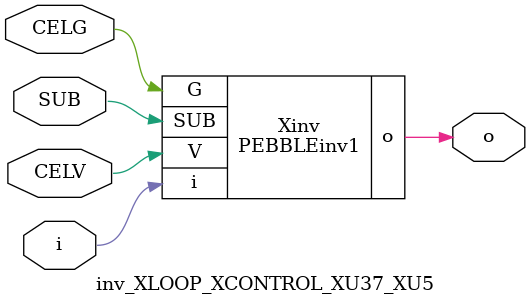
<source format=v>



module PEBBLEinv1 ( o, G, SUB, V, i );

  input V;
  input i;
  input G;
  output o;
  input SUB;
endmodule

//Celera Confidential Do Not Copy inv_XLOOP_XCONTROL_XU37_XU5
//Celera Confidential Symbol Generator
//5V Inverter
module inv_XLOOP_XCONTROL_XU37_XU5 (CELV,CELG,i,o,SUB);
input CELV;
input CELG;
input i;
input SUB;
output o;

//Celera Confidential Do Not Copy inv
PEBBLEinv1 Xinv(
.V (CELV),
.i (i),
.o (o),
.SUB (SUB),
.G (CELG)
);
//,diesize,PEBBLEinv1

//Celera Confidential Do Not Copy Module End
//Celera Schematic Generator
endmodule

</source>
